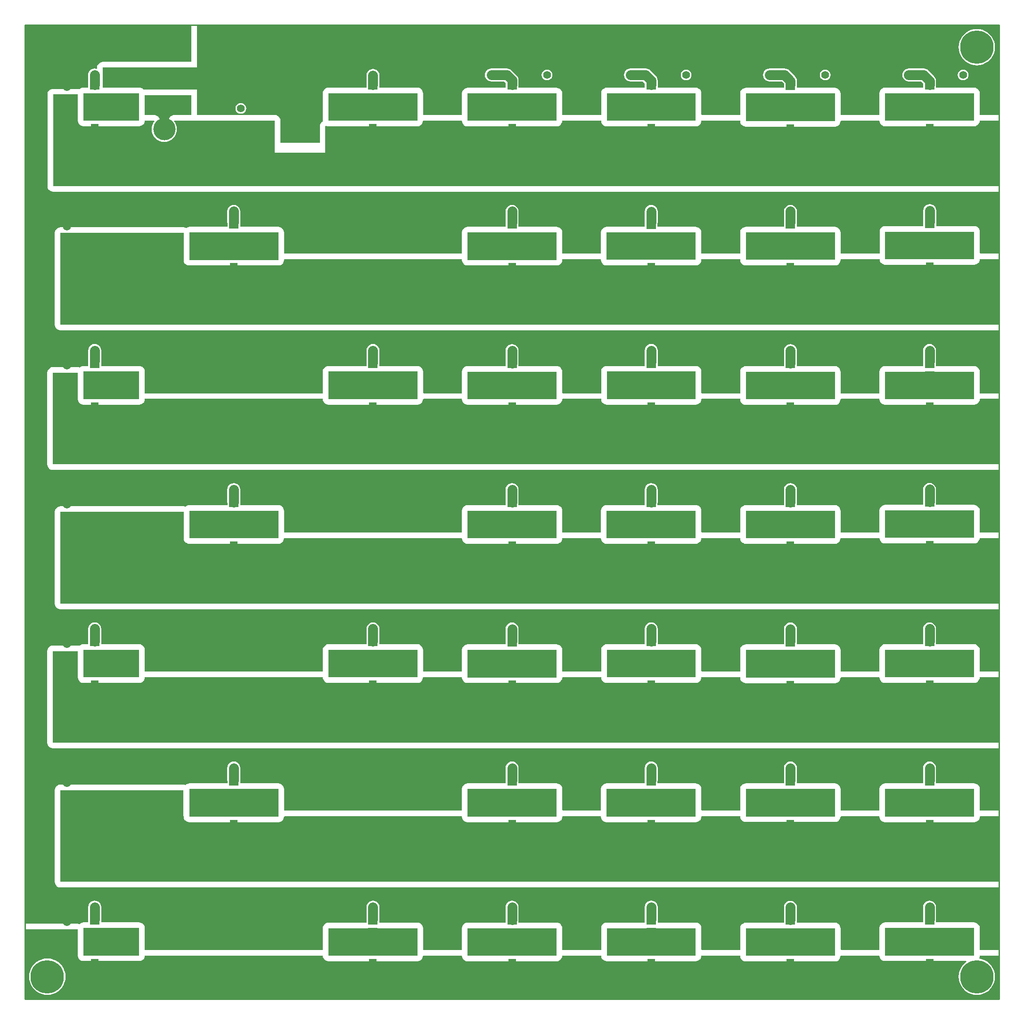
<source format=gtl>
G04*
G04 #@! TF.GenerationSoftware,Altium Limited,Altium Designer,20.0.13 (296)*
G04*
G04 Layer_Physical_Order=1*
G04 Layer_Color=255*
%FSLAX44Y44*%
%MOMM*%
G71*
G01*
G75*
%ADD12C,0.2540*%
%ADD13R,1.4000X1.2000*%
%ADD14R,1.8000X2.2000*%
%ADD15R,1.8000X1.1000*%
%ADD25C,1.8000*%
%ADD26C,1.4000*%
%ADD27R,1.4000X1.4000*%
%ADD28C,4.0000*%
%ADD29C,6.0000*%
%ADD30R,1.4000X1.4000*%
%ADD31C,1.2700*%
G36*
X298761Y1683657D02*
X139432Y1683657D01*
X136821Y1683313D01*
X134389Y1682305D01*
X132300Y1680702D01*
X130697Y1678613D01*
X129689Y1676181D01*
X129346Y1673570D01*
Y1671690D01*
X128290Y1670984D01*
X127797Y1671189D01*
X124784Y1671585D01*
X121772Y1671189D01*
X118965Y1670026D01*
X116554Y1668176D01*
X114704Y1665765D01*
X113541Y1662958D01*
X113145Y1659946D01*
X113361Y1658307D01*
Y1642500D01*
X113460Y1641744D01*
Y1637483D01*
X105000D01*
X102389Y1637140D01*
X99957Y1636132D01*
X97928Y1634575D01*
X97524Y1634743D01*
X94914Y1635086D01*
X50387Y1635086D01*
X47776Y1634743D01*
X45344Y1633735D01*
X43255Y1632132D01*
X41652Y1630043D01*
X40644Y1627610D01*
X40301Y1625000D01*
X40301Y1460418D01*
X40644Y1457808D01*
X41652Y1455375D01*
X43255Y1453286D01*
X45344Y1451683D01*
X47776Y1450676D01*
X50387Y1450332D01*
X1750000Y1450332D01*
Y1339348D01*
X1750000Y1339348D01*
X1716676D01*
X1715428Y1340309D01*
Y1378432D01*
X1715084Y1381042D01*
X1714076Y1383475D01*
X1712473Y1385564D01*
X1710384Y1387166D01*
X1707952Y1388174D01*
X1705341Y1388518D01*
X1636881Y1388518D01*
Y1395479D01*
X1636981Y1396235D01*
Y1416270D01*
X1636584Y1419283D01*
X1635421Y1422090D01*
X1633572Y1424500D01*
X1631161Y1426350D01*
X1628354Y1427513D01*
X1625341Y1427910D01*
X1622329Y1427513D01*
X1619521Y1426350D01*
X1617111Y1424500D01*
X1615261Y1422090D01*
X1614098Y1419283D01*
X1613702Y1416270D01*
Y1396235D01*
X1613801Y1395479D01*
Y1388518D01*
X1545341Y1388518D01*
X1542731Y1388174D01*
X1540298Y1387166D01*
X1538209Y1385564D01*
X1536606Y1383475D01*
X1535599Y1381042D01*
X1535255Y1378432D01*
Y1339348D01*
X1465086D01*
Y1377185D01*
X1464743Y1379796D01*
X1463735Y1382228D01*
X1462132Y1384317D01*
X1460043Y1385920D01*
X1457610Y1386928D01*
X1455000Y1387271D01*
X1386540Y1387271D01*
Y1394598D01*
X1386640Y1395355D01*
Y1415000D01*
X1386243Y1418013D01*
X1385080Y1420820D01*
X1383230Y1423230D01*
X1380820Y1425080D01*
X1378013Y1426243D01*
X1375000Y1426640D01*
X1371987Y1426243D01*
X1369180Y1425080D01*
X1366770Y1423230D01*
X1364920Y1420820D01*
X1363757Y1418013D01*
X1363360Y1415000D01*
Y1395355D01*
X1363460Y1394598D01*
Y1387271D01*
X1295000Y1387271D01*
X1292390Y1386927D01*
X1289957Y1385920D01*
X1287868Y1384317D01*
X1286265Y1382228D01*
X1285257Y1379796D01*
X1284914Y1377185D01*
Y1339348D01*
X1214925D01*
Y1377194D01*
X1214581Y1379805D01*
X1213574Y1382238D01*
X1211971Y1384326D01*
X1209882Y1385929D01*
X1207449Y1386937D01*
X1204839Y1387281D01*
X1136379Y1387281D01*
Y1394364D01*
X1136478Y1395121D01*
Y1414961D01*
X1136082Y1417973D01*
X1134919Y1420781D01*
X1133069Y1423191D01*
X1130658Y1425041D01*
X1127851Y1426204D01*
X1124839Y1426600D01*
X1121826Y1426204D01*
X1119019Y1425041D01*
X1116608Y1423191D01*
X1114759Y1420781D01*
X1113596Y1417973D01*
X1113199Y1414961D01*
Y1395121D01*
X1113299Y1394364D01*
Y1387281D01*
X1044839Y1387281D01*
X1042228Y1386937D01*
X1039796Y1385929D01*
X1037707Y1384326D01*
X1036104Y1382238D01*
X1035096Y1379805D01*
X1034752Y1377194D01*
Y1339348D01*
X965086D01*
Y1377132D01*
X964743Y1379743D01*
X963735Y1382175D01*
X962132Y1384264D01*
X960043Y1385867D01*
X957611Y1386875D01*
X955000Y1387218D01*
X886540Y1387218D01*
Y1394404D01*
X886640Y1395160D01*
Y1415000D01*
X886243Y1418013D01*
X885080Y1420820D01*
X883230Y1423230D01*
X880820Y1425080D01*
X878012Y1426243D01*
X875000Y1426640D01*
X871988Y1426243D01*
X869180Y1425080D01*
X866770Y1423230D01*
X864920Y1420820D01*
X863757Y1418013D01*
X863361Y1415000D01*
Y1395160D01*
X863460Y1394404D01*
Y1387218D01*
X795000Y1387218D01*
X792390Y1386875D01*
X789957Y1385867D01*
X787868Y1384264D01*
X786265Y1382175D01*
X785257Y1379743D01*
X784914Y1377132D01*
Y1339348D01*
X465086D01*
Y1377095D01*
X464743Y1379706D01*
X463735Y1382139D01*
X462132Y1384228D01*
X460043Y1385831D01*
X457611Y1386838D01*
X455000Y1387182D01*
X386540Y1387182D01*
Y1394515D01*
X386640Y1395272D01*
Y1415000D01*
X386243Y1418013D01*
X385080Y1420820D01*
X383230Y1423230D01*
X380820Y1425080D01*
X378013Y1426243D01*
X375000Y1426640D01*
X371987Y1426243D01*
X369180Y1425080D01*
X366770Y1423230D01*
X364920Y1420820D01*
X363757Y1418013D01*
X363360Y1415000D01*
Y1395272D01*
X363460Y1394515D01*
Y1387182D01*
X295000Y1387182D01*
X292390Y1386838D01*
X289957Y1385830D01*
X289221Y1385266D01*
X287524Y1385969D01*
X284914Y1386312D01*
X63488Y1386312D01*
X60877Y1385968D01*
X58445Y1384961D01*
X56356Y1383358D01*
X54753Y1381269D01*
X53745Y1378836D01*
X53401Y1376226D01*
X53401Y1211644D01*
X53745Y1209034D01*
X54753Y1206601D01*
X56356Y1204512D01*
X58445Y1202909D01*
X60877Y1201902D01*
X63488Y1201558D01*
X1750000Y1201558D01*
Y1088122D01*
X1716274D01*
X1716041Y1088092D01*
X1715086Y1088929D01*
Y1127101D01*
X1714743Y1129711D01*
X1713735Y1132144D01*
X1712132Y1134233D01*
X1710043Y1135835D01*
X1707611Y1136843D01*
X1705000Y1137187D01*
X1636540Y1137187D01*
Y1144275D01*
X1636640Y1145031D01*
Y1165000D01*
X1636243Y1168012D01*
X1635080Y1170820D01*
X1633230Y1173230D01*
X1630820Y1175080D01*
X1628013Y1176243D01*
X1625000Y1176640D01*
X1621987Y1176243D01*
X1619180Y1175080D01*
X1616770Y1173230D01*
X1614920Y1170820D01*
X1613757Y1168012D01*
X1613360Y1165000D01*
Y1145031D01*
X1613460Y1144275D01*
Y1137187D01*
X1545000Y1137187D01*
X1542390Y1136843D01*
X1539957Y1135835D01*
X1537868Y1134233D01*
X1536265Y1132144D01*
X1535257Y1129711D01*
X1534914Y1127101D01*
Y1088122D01*
X1466067D01*
X1465073Y1088989D01*
Y1126764D01*
X1464730Y1129375D01*
X1463722Y1131808D01*
X1462119Y1133896D01*
X1460030Y1135499D01*
X1457598Y1136507D01*
X1454987Y1136851D01*
X1386527Y1136851D01*
Y1141408D01*
X1386626Y1142164D01*
Y1164664D01*
X1386230Y1167676D01*
X1385067Y1170484D01*
X1383217Y1172894D01*
X1380807Y1174744D01*
X1378000Y1175907D01*
X1374987Y1176303D01*
X1371974Y1175907D01*
X1369167Y1174744D01*
X1366757Y1172894D01*
X1364907Y1170484D01*
X1363744Y1167676D01*
X1363347Y1164664D01*
Y1142164D01*
X1363447Y1141408D01*
Y1136851D01*
X1294987Y1136851D01*
X1292376Y1136507D01*
X1289944Y1135499D01*
X1287855Y1133896D01*
X1286252Y1131807D01*
X1285244Y1129375D01*
X1284901Y1126764D01*
Y1088122D01*
X1216325D01*
X1215086Y1089121D01*
Y1127188D01*
X1214743Y1129799D01*
X1213735Y1132232D01*
X1212132Y1134321D01*
X1210043Y1135923D01*
X1207610Y1136931D01*
X1205000Y1137275D01*
X1136540Y1137275D01*
Y1143896D01*
X1136639Y1144653D01*
Y1165000D01*
X1136243Y1168012D01*
X1135080Y1170820D01*
X1133230Y1173230D01*
X1130820Y1175080D01*
X1128012Y1176243D01*
X1125000Y1176640D01*
X1121987Y1176243D01*
X1119180Y1175080D01*
X1116770Y1173230D01*
X1114920Y1170820D01*
X1113757Y1168012D01*
X1113360Y1165000D01*
Y1144653D01*
X1113460Y1143896D01*
Y1137275D01*
X1045000Y1137275D01*
X1042390Y1136931D01*
X1039957Y1135923D01*
X1037868Y1134321D01*
X1036265Y1132232D01*
X1035257Y1129799D01*
X1034914Y1127188D01*
Y1088122D01*
X966115D01*
X964995Y1089023D01*
Y1126983D01*
X964651Y1129594D01*
X963643Y1132027D01*
X962040Y1134116D01*
X959951Y1135719D01*
X957519Y1136726D01*
X954908Y1137070D01*
X886448Y1137070D01*
Y1141539D01*
X886548Y1142295D01*
Y1164795D01*
X886151Y1167807D01*
X884988Y1170615D01*
X883139Y1173025D01*
X880728Y1174875D01*
X877921Y1176038D01*
X874908Y1176434D01*
X871896Y1176038D01*
X869089Y1174875D01*
X866678Y1173025D01*
X864828Y1170615D01*
X863665Y1167807D01*
X863269Y1164795D01*
Y1142295D01*
X863368Y1141539D01*
Y1137070D01*
X794908Y1137070D01*
X792298Y1136726D01*
X789865Y1135718D01*
X787776Y1134116D01*
X786173Y1132027D01*
X785166Y1129594D01*
X784822Y1126983D01*
Y1088122D01*
X716325D01*
X715086Y1089121D01*
Y1127188D01*
X714743Y1129799D01*
X713735Y1132232D01*
X712132Y1134321D01*
X710043Y1135923D01*
X707610Y1136931D01*
X705000Y1137275D01*
X636540Y1137275D01*
Y1141744D01*
X636640Y1142500D01*
Y1165000D01*
X636243Y1168012D01*
X635080Y1170820D01*
X633230Y1173230D01*
X630820Y1175080D01*
X628013Y1176243D01*
X625000Y1176640D01*
X621987Y1176243D01*
X619180Y1175080D01*
X616770Y1173230D01*
X614920Y1170820D01*
X613757Y1168012D01*
X613360Y1165000D01*
Y1142500D01*
X613460Y1141744D01*
Y1137275D01*
X545000Y1137275D01*
X542389Y1136931D01*
X539957Y1135923D01*
X537868Y1134321D01*
X536265Y1132232D01*
X535257Y1129799D01*
X534914Y1127188D01*
Y1088122D01*
X215086D01*
Y1127188D01*
X214743Y1129799D01*
X213735Y1132232D01*
X212132Y1134321D01*
X210043Y1135923D01*
X207611Y1136931D01*
X205000Y1137275D01*
X136540Y1137275D01*
Y1145071D01*
X136640Y1145827D01*
Y1165000D01*
X136243Y1168012D01*
X135080Y1170820D01*
X133230Y1173230D01*
X130820Y1175080D01*
X128013Y1176243D01*
X125000Y1176640D01*
X121987Y1176243D01*
X119180Y1175080D01*
X116770Y1173230D01*
X114920Y1170820D01*
X113757Y1168012D01*
X113361Y1165000D01*
Y1145827D01*
X113460Y1145071D01*
Y1137275D01*
X105000D01*
X102389Y1136931D01*
X99957Y1135923D01*
X98105Y1134502D01*
X97524Y1134743D01*
X94914Y1135086D01*
X50000Y1135086D01*
X47389Y1134743D01*
X44957Y1133735D01*
X42868Y1132132D01*
X41265Y1130043D01*
X40257Y1127610D01*
X39914Y1125000D01*
Y960418D01*
X40257Y957808D01*
X41265Y955375D01*
X42868Y953286D01*
X44957Y951683D01*
X47389Y950676D01*
X50000Y950332D01*
X1750000Y950332D01*
Y838122D01*
X1750000Y838122D01*
X1715086D01*
Y877703D01*
X1714743Y880314D01*
X1713735Y882746D01*
X1712132Y884835D01*
X1710043Y886438D01*
X1707611Y887446D01*
X1705000Y887790D01*
X1636540Y887789D01*
Y892249D01*
X1636640Y893005D01*
Y915505D01*
X1636243Y918518D01*
X1635080Y921325D01*
X1633230Y923736D01*
X1630820Y925585D01*
X1628013Y926748D01*
X1625000Y927145D01*
X1621987Y926748D01*
X1619180Y925585D01*
X1616770Y923736D01*
X1614920Y921325D01*
X1613757Y918518D01*
X1613360Y915505D01*
Y893005D01*
X1613460Y892249D01*
Y887789D01*
X1545000Y887789D01*
X1542390Y887446D01*
X1539957Y886438D01*
X1537868Y884835D01*
X1536265Y882746D01*
X1535257Y880314D01*
X1534914Y877703D01*
Y838122D01*
X1466261D01*
X1466041Y838093D01*
X1465086Y838931D01*
Y877078D01*
X1464743Y879688D01*
X1463735Y882121D01*
X1462132Y884210D01*
X1460043Y885813D01*
X1457610Y886820D01*
X1455000Y887164D01*
X1386540Y887164D01*
Y891744D01*
X1386640Y892500D01*
Y915000D01*
X1386243Y918012D01*
X1385080Y920820D01*
X1383230Y923230D01*
X1380820Y925080D01*
X1378013Y926243D01*
X1375000Y926639D01*
X1371987Y926243D01*
X1369180Y925080D01*
X1366770Y923230D01*
X1364920Y920820D01*
X1363757Y918012D01*
X1363360Y915000D01*
Y892500D01*
X1363460Y891744D01*
Y887164D01*
X1295000Y887164D01*
X1292390Y886820D01*
X1289957Y885813D01*
X1287868Y884210D01*
X1286265Y882121D01*
X1285257Y879688D01*
X1284914Y877078D01*
Y838122D01*
X1216147D01*
X1214925Y839188D01*
Y877159D01*
X1214581Y879769D01*
X1213574Y882202D01*
X1211971Y884291D01*
X1209882Y885894D01*
X1207449Y886901D01*
X1204839Y887245D01*
X1136379Y887245D01*
Y891705D01*
X1136478Y892461D01*
Y914961D01*
X1136082Y917973D01*
X1134919Y920781D01*
X1133069Y923191D01*
X1130658Y925041D01*
X1127851Y926204D01*
X1124839Y926600D01*
X1121826Y926204D01*
X1119019Y925041D01*
X1116608Y923191D01*
X1114759Y920781D01*
X1113596Y917973D01*
X1113199Y914961D01*
Y892461D01*
X1113299Y891705D01*
Y887245D01*
X1044839Y887245D01*
X1042228Y886901D01*
X1039796Y885894D01*
X1037707Y884291D01*
X1036104Y882202D01*
X1035096Y879769D01*
X1034752Y877159D01*
Y838122D01*
X966261D01*
X966041Y838093D01*
X965086Y838931D01*
Y877078D01*
X964743Y879688D01*
X963735Y882121D01*
X962132Y884210D01*
X960043Y885813D01*
X957611Y886820D01*
X955000Y887164D01*
X886540Y887164D01*
Y891744D01*
X886640Y892500D01*
Y915000D01*
X886243Y918012D01*
X885080Y920820D01*
X883230Y923230D01*
X880820Y925080D01*
X878012Y926243D01*
X875000Y926639D01*
X871988Y926243D01*
X869180Y925080D01*
X866770Y923230D01*
X864920Y920820D01*
X863757Y918012D01*
X863361Y915000D01*
Y892500D01*
X863460Y891744D01*
Y887164D01*
X795000Y887164D01*
X792390Y886820D01*
X789957Y885813D01*
X787868Y884210D01*
X786265Y882121D01*
X785257Y879688D01*
X784914Y877078D01*
Y838122D01*
X466277Y838122D01*
X465086Y839247D01*
Y877106D01*
X464743Y879717D01*
X463735Y882149D01*
X462132Y884238D01*
X460043Y885841D01*
X457611Y886849D01*
X455000Y887192D01*
X386540Y887192D01*
Y891744D01*
X386640Y892500D01*
Y915000D01*
X386243Y918012D01*
X385080Y920820D01*
X383230Y923230D01*
X380820Y925080D01*
X378013Y926243D01*
X375000Y926639D01*
X371987Y926243D01*
X369180Y925080D01*
X366770Y923230D01*
X364920Y920820D01*
X363757Y918012D01*
X363360Y915000D01*
Y892500D01*
X363460Y891744D01*
Y887192D01*
X295000Y887192D01*
X292390Y886849D01*
X289957Y885841D01*
X288174Y884473D01*
X287524Y884743D01*
X284914Y885086D01*
X63601D01*
X60991Y884743D01*
X58558Y883735D01*
X56469Y882132D01*
X54866Y880043D01*
X53859Y877610D01*
X53515Y875000D01*
X53515Y710418D01*
X53859Y707808D01*
X54866Y705375D01*
X56469Y703286D01*
X58558Y701683D01*
X60991Y700676D01*
X63601Y700332D01*
X1750000Y700332D01*
Y588122D01*
X1750000Y588122D01*
X1716308D01*
X1715086Y589186D01*
Y627160D01*
X1714743Y629770D01*
X1713735Y632203D01*
X1712132Y634292D01*
X1710043Y635895D01*
X1707611Y636902D01*
X1705000Y637246D01*
X1636540Y637246D01*
Y641744D01*
X1636640Y642500D01*
Y665000D01*
X1636243Y668012D01*
X1635080Y670820D01*
X1633230Y673230D01*
X1630820Y675080D01*
X1628013Y676243D01*
X1625000Y676639D01*
X1621987Y676243D01*
X1619180Y675080D01*
X1616770Y673230D01*
X1614920Y670820D01*
X1613757Y668012D01*
X1613360Y665000D01*
Y642500D01*
X1613460Y641744D01*
Y637246D01*
X1545000Y637246D01*
X1542390Y636902D01*
X1539957Y635895D01*
X1537868Y634292D01*
X1536265Y632203D01*
X1535257Y629770D01*
X1534914Y627160D01*
Y588122D01*
X1466101D01*
X1466028Y588113D01*
X1465073Y588950D01*
Y626824D01*
X1464730Y629434D01*
X1463722Y631867D01*
X1462119Y633956D01*
X1460030Y635559D01*
X1457598Y636566D01*
X1454987Y636910D01*
X1386527Y636910D01*
Y641408D01*
X1386626Y642164D01*
Y664664D01*
X1386230Y667676D01*
X1385067Y670484D01*
X1383217Y672894D01*
X1380807Y674744D01*
X1378000Y675907D01*
X1374987Y676303D01*
X1371974Y675907D01*
X1369167Y674744D01*
X1366757Y672894D01*
X1364907Y670484D01*
X1363744Y667676D01*
X1363347Y664664D01*
Y642164D01*
X1363447Y641408D01*
Y636910D01*
X1294987Y636910D01*
X1292376Y636566D01*
X1289944Y635559D01*
X1287855Y633956D01*
X1286252Y631867D01*
X1285244Y629434D01*
X1284901Y626824D01*
Y588122D01*
X1216308D01*
X1215086Y589186D01*
Y627160D01*
X1214743Y629770D01*
X1213735Y632203D01*
X1212132Y634292D01*
X1210043Y635895D01*
X1207610Y636902D01*
X1205000Y637246D01*
X1136540Y637246D01*
Y641744D01*
X1136639Y642500D01*
Y665000D01*
X1136243Y668012D01*
X1135080Y670820D01*
X1133230Y673230D01*
X1130820Y675080D01*
X1128012Y676243D01*
X1125000Y676639D01*
X1121987Y676243D01*
X1119180Y675080D01*
X1116770Y673230D01*
X1114920Y670820D01*
X1113757Y668012D01*
X1113360Y665000D01*
Y642500D01*
X1113460Y641744D01*
Y637246D01*
X1045000Y637246D01*
X1042390Y636902D01*
X1039957Y635895D01*
X1037868Y634292D01*
X1036265Y632203D01*
X1035257Y629770D01*
X1034914Y627160D01*
Y588122D01*
X966098D01*
X964995Y589094D01*
Y626955D01*
X964651Y629565D01*
X963643Y631998D01*
X962040Y634087D01*
X959951Y635690D01*
X957519Y636697D01*
X954908Y637041D01*
X886448Y637041D01*
Y641539D01*
X886548Y642295D01*
Y664795D01*
X886151Y667807D01*
X884988Y670615D01*
X883139Y673025D01*
X880728Y674875D01*
X877921Y676038D01*
X874908Y676434D01*
X871896Y676038D01*
X869089Y674875D01*
X866678Y673025D01*
X864828Y670615D01*
X863665Y667807D01*
X863269Y664795D01*
Y642295D01*
X863368Y641539D01*
Y637041D01*
X794908Y637041D01*
X792298Y636697D01*
X789865Y635690D01*
X787776Y634087D01*
X786173Y631998D01*
X785166Y629565D01*
X784822Y626955D01*
Y588122D01*
X716308D01*
X715086Y589186D01*
Y627160D01*
X714743Y629770D01*
X713735Y632203D01*
X712132Y634292D01*
X710043Y635895D01*
X707610Y636902D01*
X705000Y637246D01*
X636540Y637246D01*
Y641744D01*
X636640Y642500D01*
Y665000D01*
X636243Y668012D01*
X635080Y670820D01*
X633230Y673230D01*
X630820Y675080D01*
X628013Y676243D01*
X625000Y676639D01*
X621987Y676243D01*
X619180Y675080D01*
X616770Y673230D01*
X614920Y670820D01*
X613757Y668012D01*
X613360Y665000D01*
Y642500D01*
X613460Y641744D01*
Y637246D01*
X545000Y637246D01*
X542389Y636902D01*
X539957Y635895D01*
X537868Y634292D01*
X536265Y632203D01*
X535257Y629770D01*
X534914Y627160D01*
Y588122D01*
X215086D01*
Y627160D01*
X214743Y629770D01*
X213735Y632203D01*
X212132Y634292D01*
X210043Y635895D01*
X207611Y636902D01*
X205000Y637246D01*
X136540Y637246D01*
Y641744D01*
X136640Y642500D01*
Y665000D01*
X136243Y668012D01*
X135080Y670820D01*
X133230Y673230D01*
X130820Y675080D01*
X128013Y676243D01*
X125000Y676639D01*
X121987Y676243D01*
X119180Y675080D01*
X116770Y673230D01*
X114920Y670820D01*
X113757Y668012D01*
X113361Y665000D01*
Y642500D01*
X113460Y641744D01*
Y637246D01*
X105000D01*
X102389Y636902D01*
X99957Y635895D01*
X98129Y634492D01*
X97524Y634743D01*
X94914Y635086D01*
X50000D01*
X47389Y634743D01*
X44957Y633735D01*
X42868Y632132D01*
X41265Y630043D01*
X40257Y627611D01*
X39914Y625000D01*
X39914Y460418D01*
X40257Y457808D01*
X41265Y455375D01*
X42868Y453286D01*
X44957Y451683D01*
X47389Y450676D01*
X50000Y450332D01*
X1750000Y450332D01*
Y338122D01*
X1750000Y338122D01*
X1716424D01*
X1716200Y338093D01*
X1715245Y338930D01*
Y377085D01*
X1714901Y379696D01*
X1713894Y382128D01*
X1712291Y384217D01*
X1710202Y385820D01*
X1707769Y386828D01*
X1705159Y387172D01*
X1636699Y387172D01*
Y391640D01*
X1636798Y392397D01*
Y414897D01*
X1636402Y417909D01*
X1635239Y420717D01*
X1633389Y423127D01*
X1630979Y424977D01*
X1628171Y426140D01*
X1625159Y426536D01*
X1622146Y426140D01*
X1619339Y424977D01*
X1616929Y423127D01*
X1615079Y420717D01*
X1613916Y417909D01*
X1613519Y414897D01*
Y392397D01*
X1613619Y391640D01*
Y387172D01*
X1545159Y387172D01*
X1542548Y386828D01*
X1540116Y385820D01*
X1538027Y384217D01*
X1536424Y382128D01*
X1535416Y379696D01*
X1535073Y377085D01*
Y338122D01*
X1466325D01*
X1465086Y339121D01*
Y377188D01*
X1464743Y379799D01*
X1463735Y382232D01*
X1462132Y384321D01*
X1460043Y385924D01*
X1457610Y386931D01*
X1455000Y387275D01*
X1386540Y387275D01*
Y391744D01*
X1386640Y392500D01*
Y415000D01*
X1386243Y418013D01*
X1385080Y420820D01*
X1383230Y423230D01*
X1380820Y425080D01*
X1378013Y426243D01*
X1375000Y426640D01*
X1371987Y426243D01*
X1369180Y425080D01*
X1366770Y423230D01*
X1364920Y420820D01*
X1363757Y418013D01*
X1363360Y415000D01*
Y392500D01*
X1363460Y391744D01*
Y387275D01*
X1295000Y387275D01*
X1292390Y386931D01*
X1289957Y385923D01*
X1287868Y384320D01*
X1286265Y382232D01*
X1285257Y379799D01*
X1284914Y377188D01*
Y338122D01*
X1216127D01*
X1214925Y339245D01*
Y377124D01*
X1214581Y379735D01*
X1213574Y382168D01*
X1211971Y384257D01*
X1209882Y385859D01*
X1207449Y386867D01*
X1204839Y387211D01*
X1136379Y387211D01*
Y391705D01*
X1136478Y392461D01*
Y414961D01*
X1136082Y417974D01*
X1134919Y420781D01*
X1133069Y423191D01*
X1130658Y425041D01*
X1127851Y426204D01*
X1124839Y426600D01*
X1121826Y426204D01*
X1119019Y425041D01*
X1116608Y423191D01*
X1114759Y420781D01*
X1113596Y417974D01*
X1113199Y414961D01*
Y392461D01*
X1113299Y391705D01*
Y387211D01*
X1044839Y387211D01*
X1042228Y386867D01*
X1039796Y385859D01*
X1037707Y384256D01*
X1036104Y382168D01*
X1035096Y379735D01*
X1034752Y377124D01*
Y338122D01*
X966277Y338122D01*
X965086Y339247D01*
Y377105D01*
X964743Y379716D01*
X963735Y382149D01*
X962132Y384238D01*
X960043Y385840D01*
X957611Y386848D01*
X955000Y387192D01*
X886540Y387192D01*
Y391744D01*
X886640Y392500D01*
Y415000D01*
X886243Y418013D01*
X885080Y420820D01*
X883230Y423230D01*
X880820Y425080D01*
X878012Y426243D01*
X875000Y426640D01*
X871988Y426243D01*
X869180Y425080D01*
X866770Y423230D01*
X864920Y420820D01*
X863757Y418013D01*
X863361Y415000D01*
Y392500D01*
X863460Y391744D01*
Y387192D01*
X795000Y387192D01*
X792390Y386848D01*
X789957Y385840D01*
X787868Y384238D01*
X786265Y382149D01*
X785257Y379716D01*
X784914Y377105D01*
Y338122D01*
X466277D01*
X465086Y339247D01*
Y377105D01*
X464743Y379716D01*
X463735Y382149D01*
X462132Y384238D01*
X460043Y385840D01*
X457611Y386848D01*
X455000Y387192D01*
X386540Y387192D01*
Y391744D01*
X386640Y392500D01*
Y415000D01*
X386243Y418013D01*
X385080Y420820D01*
X383230Y423230D01*
X380820Y425080D01*
X378013Y426243D01*
X375000Y426640D01*
X371987Y426243D01*
X369180Y425080D01*
X366770Y423230D01*
X364920Y420820D01*
X363757Y418013D01*
X363360Y415000D01*
Y392500D01*
X363460Y391744D01*
Y387192D01*
X295000Y387192D01*
X292390Y386848D01*
X289957Y385840D01*
X287868Y384238D01*
X287842Y384204D01*
X286542Y384743D01*
X283932Y385086D01*
X63324D01*
X60714Y384743D01*
X58281Y383735D01*
X56192Y382132D01*
X54589Y380043D01*
X53582Y377611D01*
X53238Y375000D01*
X53238Y210418D01*
X53582Y207808D01*
X54589Y205375D01*
X56192Y203286D01*
X58281Y201683D01*
X60714Y200676D01*
X63324Y200332D01*
X1750000Y200332D01*
Y88122D01*
X1716301D01*
X1715983Y88123D01*
X1715086Y89020D01*
Y127390D01*
X1714743Y130000D01*
X1713735Y132433D01*
X1712132Y134522D01*
X1710043Y136125D01*
X1707611Y137132D01*
X1705000Y137476D01*
X1636540Y137476D01*
Y141744D01*
X1636640Y142500D01*
Y165000D01*
X1636243Y168013D01*
X1635080Y170820D01*
X1633230Y173230D01*
X1630820Y175080D01*
X1628013Y176243D01*
X1625000Y176640D01*
X1621987Y176243D01*
X1619180Y175080D01*
X1616770Y173230D01*
X1614920Y170820D01*
X1613757Y168013D01*
X1613360Y165000D01*
Y142500D01*
X1613460Y141744D01*
Y137476D01*
X1545000Y137476D01*
X1542390Y137132D01*
X1539957Y136124D01*
X1537868Y134522D01*
X1536265Y132433D01*
X1535257Y130000D01*
X1534914Y127390D01*
Y88122D01*
X1466126D01*
X1465073Y89265D01*
Y126866D01*
X1464730Y129476D01*
X1463722Y131909D01*
X1462119Y133998D01*
X1460030Y135601D01*
X1457598Y136608D01*
X1454987Y136952D01*
X1386527Y136952D01*
Y141408D01*
X1386626Y142164D01*
Y164664D01*
X1386230Y167676D01*
X1385067Y170484D01*
X1383217Y172894D01*
X1380807Y174744D01*
X1378000Y175907D01*
X1374987Y176304D01*
X1371974Y175907D01*
X1369167Y174744D01*
X1366757Y172894D01*
X1364907Y170484D01*
X1363744Y167676D01*
X1363347Y164664D01*
Y142164D01*
X1363447Y141408D01*
Y136952D01*
X1294987Y136952D01*
X1292376Y136608D01*
X1289944Y135601D01*
X1287855Y133998D01*
X1286252Y131909D01*
X1285244Y129476D01*
X1284901Y126866D01*
Y88122D01*
X1216333D01*
X1215086Y89092D01*
Y127202D01*
X1214743Y129812D01*
X1213735Y132245D01*
X1212132Y134334D01*
X1210043Y135937D01*
X1207610Y136945D01*
X1205000Y137288D01*
X1136540Y137288D01*
Y141744D01*
X1136639Y142500D01*
Y165000D01*
X1136243Y168013D01*
X1135080Y170820D01*
X1133230Y173230D01*
X1130820Y175080D01*
X1128012Y176243D01*
X1125000Y176640D01*
X1121987Y176243D01*
X1119180Y175080D01*
X1116770Y173230D01*
X1114920Y170820D01*
X1113757Y168013D01*
X1113360Y165000D01*
Y142500D01*
X1113460Y141744D01*
Y137288D01*
X1045000Y137288D01*
X1042390Y136944D01*
X1039957Y135937D01*
X1037868Y134334D01*
X1036265Y132245D01*
X1035257Y129812D01*
X1034914Y127202D01*
Y88122D01*
X966123D01*
X964995Y88990D01*
Y126997D01*
X964651Y129607D01*
X963643Y132040D01*
X962040Y134129D01*
X959951Y135732D01*
X957519Y136739D01*
X954908Y137083D01*
X886448Y137083D01*
Y141539D01*
X886548Y142295D01*
Y164795D01*
X886151Y167808D01*
X884988Y170615D01*
X883139Y173025D01*
X880728Y174875D01*
X877921Y176038D01*
X874908Y176434D01*
X871896Y176038D01*
X869089Y174875D01*
X866678Y173025D01*
X864828Y170615D01*
X863665Y167808D01*
X863269Y164795D01*
Y142295D01*
X863368Y141539D01*
Y137083D01*
X794908Y137083D01*
X792298Y136739D01*
X789865Y135732D01*
X787776Y134129D01*
X786173Y132040D01*
X785166Y129607D01*
X784822Y126997D01*
Y88122D01*
X716333D01*
X715086Y89092D01*
Y127202D01*
X714743Y129812D01*
X713735Y132245D01*
X712132Y134334D01*
X710043Y135937D01*
X707610Y136945D01*
X705000Y137288D01*
X636540Y137288D01*
Y141744D01*
X636640Y142500D01*
Y165000D01*
X636243Y168013D01*
X635080Y170820D01*
X633230Y173230D01*
X630820Y175080D01*
X628013Y176243D01*
X625000Y176640D01*
X621987Y176243D01*
X619180Y175080D01*
X616770Y173230D01*
X614920Y170820D01*
X613757Y168013D01*
X613360Y165000D01*
Y142500D01*
X613460Y141744D01*
Y137288D01*
X545000Y137288D01*
X542389Y136944D01*
X539957Y135937D01*
X537868Y134334D01*
X536265Y132245D01*
X535257Y129812D01*
X534914Y127202D01*
Y88122D01*
X215086D01*
Y127390D01*
X214743Y130000D01*
X213735Y132433D01*
X212132Y134522D01*
X210043Y136125D01*
X207611Y137132D01*
X205000Y137476D01*
X136540Y137476D01*
Y141744D01*
X136640Y142500D01*
Y165000D01*
X136243Y168013D01*
X135080Y170820D01*
X133230Y173230D01*
X130820Y175080D01*
X128013Y176243D01*
X125000Y176640D01*
X121987Y176243D01*
X119180Y175080D01*
X116770Y173230D01*
X114920Y170820D01*
X113757Y168013D01*
X113361Y165000D01*
Y142500D01*
X113460Y141744D01*
Y137476D01*
X105000D01*
X102389Y137132D01*
X99957Y136124D01*
X97934Y134573D01*
X97524Y134743D01*
X94914Y135086D01*
X0D01*
Y1750000D01*
X298761D01*
X298761Y1683657D01*
D02*
G37*
G36*
X1750000Y1589393D02*
X1748730Y1588123D01*
X1716331D01*
X1715086Y1589097D01*
Y1627199D01*
X1714743Y1629810D01*
X1713735Y1632242D01*
X1712132Y1634331D01*
X1710043Y1635934D01*
X1707611Y1636942D01*
X1705000Y1637286D01*
X1636540Y1637286D01*
Y1641744D01*
X1636640Y1642500D01*
Y1649456D01*
X1636243Y1652468D01*
X1635080Y1655276D01*
X1633230Y1657686D01*
X1633230Y1657686D01*
X1622686Y1668230D01*
X1620276Y1670080D01*
X1617468Y1671243D01*
X1614456Y1671640D01*
X1587700D01*
X1584688Y1671243D01*
X1581880Y1670080D01*
X1579470Y1668230D01*
X1577620Y1665820D01*
X1576457Y1663013D01*
X1576060Y1660000D01*
X1576457Y1656987D01*
X1577620Y1654180D01*
X1579470Y1651770D01*
X1581880Y1649920D01*
X1584688Y1648757D01*
X1587700Y1648360D01*
X1609635D01*
X1613360Y1644635D01*
Y1642500D01*
X1613460Y1641744D01*
Y1637286D01*
X1545000Y1637285D01*
X1542390Y1636942D01*
X1539957Y1635934D01*
X1537868Y1634331D01*
X1536265Y1632242D01*
X1535257Y1629810D01*
X1534914Y1627199D01*
Y1588123D01*
X1466077D01*
X1465073Y1588944D01*
Y1626782D01*
X1464730Y1629393D01*
X1463722Y1631826D01*
X1462119Y1633914D01*
X1460030Y1635517D01*
X1457598Y1636525D01*
X1454987Y1636869D01*
X1386527Y1636869D01*
Y1641408D01*
X1386626Y1642164D01*
Y1649456D01*
X1386230Y1652468D01*
X1385067Y1655276D01*
X1383217Y1657686D01*
X1383217Y1657686D01*
X1372673Y1668230D01*
X1370263Y1670080D01*
X1367455Y1671243D01*
X1364443Y1671640D01*
X1337700D01*
X1334687Y1671243D01*
X1331880Y1670080D01*
X1329470Y1668230D01*
X1327620Y1665820D01*
X1326457Y1663013D01*
X1326060Y1660000D01*
X1326457Y1656987D01*
X1327620Y1654180D01*
X1329470Y1651770D01*
X1331880Y1649920D01*
X1334687Y1648757D01*
X1337700Y1648360D01*
X1359621D01*
X1363347Y1644635D01*
Y1642164D01*
X1363447Y1641408D01*
Y1636869D01*
X1294987Y1636869D01*
X1292376Y1636525D01*
X1289944Y1635517D01*
X1287855Y1633914D01*
X1286252Y1631825D01*
X1285244Y1629393D01*
X1284901Y1626782D01*
Y1588123D01*
X1216311D01*
X1215086Y1589175D01*
Y1627165D01*
X1214743Y1629775D01*
X1213735Y1632208D01*
X1212132Y1634297D01*
X1210043Y1635900D01*
X1207610Y1636907D01*
X1205000Y1637251D01*
X1136540Y1637251D01*
Y1641744D01*
X1136639Y1642500D01*
Y1649825D01*
X1136640Y1649825D01*
X1136243Y1652837D01*
X1135080Y1655645D01*
X1133230Y1658055D01*
X1133230Y1658055D01*
X1123055Y1668230D01*
X1120645Y1670080D01*
X1117837Y1671243D01*
X1114825Y1671640D01*
X1087700D01*
X1084687Y1671243D01*
X1081880Y1670080D01*
X1079470Y1668230D01*
X1077620Y1665820D01*
X1076457Y1663013D01*
X1076060Y1660000D01*
X1076457Y1656987D01*
X1077620Y1654180D01*
X1079470Y1651770D01*
X1081880Y1649920D01*
X1084687Y1648757D01*
X1087700Y1648360D01*
X1110004D01*
X1113360Y1645004D01*
Y1642500D01*
X1113460Y1641744D01*
Y1637251D01*
X1045000Y1637251D01*
X1042390Y1636907D01*
X1039957Y1635900D01*
X1037868Y1634297D01*
X1036265Y1632208D01*
X1035257Y1629775D01*
X1034914Y1627165D01*
Y1588123D01*
X966121D01*
X964995Y1588998D01*
Y1626994D01*
X964651Y1629604D01*
X963643Y1632037D01*
X962040Y1634126D01*
X959951Y1635729D01*
X957519Y1636736D01*
X954908Y1637080D01*
X886448Y1637080D01*
Y1641539D01*
X886548Y1642295D01*
Y1650604D01*
X886548Y1650605D01*
X886151Y1653617D01*
X884988Y1656424D01*
X883139Y1658835D01*
X873743Y1668230D01*
X871333Y1670080D01*
X868525Y1671243D01*
X865513Y1671640D01*
X837700D01*
X834688Y1671243D01*
X831880Y1670080D01*
X829470Y1668230D01*
X827620Y1665820D01*
X826457Y1663013D01*
X826060Y1660000D01*
X826457Y1656987D01*
X827620Y1654180D01*
X829470Y1651770D01*
X831880Y1649920D01*
X834688Y1648757D01*
X837700Y1648360D01*
X860692D01*
X863269Y1645783D01*
Y1642295D01*
X863368Y1641539D01*
Y1637080D01*
X794908Y1637080D01*
X792298Y1636736D01*
X789865Y1635729D01*
X787776Y1634126D01*
X786173Y1632037D01*
X785166Y1629604D01*
X784822Y1626994D01*
Y1588123D01*
X716337D01*
X715086Y1588992D01*
Y1627257D01*
X714743Y1629868D01*
X713735Y1632300D01*
X712132Y1634389D01*
X710043Y1635992D01*
X707610Y1637000D01*
X705000Y1637343D01*
X636540Y1637343D01*
Y1641744D01*
X636640Y1642500D01*
Y1659431D01*
X636243Y1662443D01*
X635080Y1665250D01*
X633230Y1667661D01*
X630820Y1669511D01*
X628013Y1670673D01*
X625000Y1671070D01*
X621987Y1670673D01*
X619180Y1669511D01*
X616770Y1667661D01*
X614920Y1665250D01*
X613757Y1662443D01*
X613360Y1659431D01*
Y1642500D01*
X613460Y1641744D01*
Y1637343D01*
X545000Y1637343D01*
X542389Y1637000D01*
X539957Y1635992D01*
X537868Y1634389D01*
X536265Y1632300D01*
X535257Y1629868D01*
X534914Y1627257D01*
Y1577904D01*
X535017Y1577119D01*
X533896Y1576370D01*
X533152Y1575718D01*
X532367Y1575116D01*
X532165Y1574853D01*
X531916Y1574634D01*
X531366Y1573811D01*
X530764Y1573027D01*
X530637Y1572720D01*
X530453Y1572445D01*
X530135Y1571508D01*
X529757Y1570594D01*
X529713Y1570265D01*
X529607Y1569951D01*
X529542Y1568964D01*
X529413Y1567984D01*
X529413Y1538118D01*
X474438D01*
X458610D01*
Y1578036D01*
X458266Y1580647D01*
X457259Y1583079D01*
X455656Y1585168D01*
X453567Y1586771D01*
X451134Y1587779D01*
X448524Y1588123D01*
X308848D01*
Y1633464D01*
X212949Y1633464D01*
X212132Y1634529D01*
X210043Y1636132D01*
X207610Y1637140D01*
X205000Y1637483D01*
X139432Y1637483D01*
X139432Y1673570D01*
X308848Y1673570D01*
X308848Y1750000D01*
X1750000D01*
X1750000Y1589393D01*
D02*
G37*
G36*
X298761Y1623378D02*
Y1588123D01*
X267894D01*
X267483Y1588069D01*
X267069Y1588089D01*
X266182Y1587897D01*
X265283Y1587779D01*
X264901Y1587620D01*
X264496Y1587533D01*
X263689Y1587118D01*
X262851Y1586771D01*
X262522Y1586519D01*
X262154Y1586330D01*
X261481Y1585721D01*
X260762Y1585168D01*
X260509Y1584840D01*
X260203Y1584562D01*
X259711Y1583799D01*
X259159Y1583079D01*
X259000Y1582697D01*
X258776Y1582349D01*
X258233Y1581201D01*
X258106Y1580806D01*
X257911Y1580441D01*
X257705Y1579557D01*
X257427Y1578694D01*
X257407Y1578280D01*
X257313Y1577877D01*
X257343Y1576970D01*
X257298Y1576064D01*
X257386Y1575659D01*
X257399Y1575245D01*
X257663Y1574377D01*
X257854Y1573490D01*
X258043Y1573122D01*
X258163Y1572726D01*
X258643Y1571955D01*
X259057Y1571148D01*
X259335Y1570841D01*
X259554Y1570490D01*
X260405Y1569452D01*
X261561Y1567289D01*
X262274Y1564941D01*
X262514Y1562500D01*
X262274Y1560059D01*
X261561Y1557711D01*
X260405Y1555548D01*
X258849Y1553651D01*
X256952Y1552095D01*
X254789Y1550939D01*
X252441Y1550226D01*
X250000Y1549986D01*
X247559Y1550226D01*
X245211Y1550939D01*
X243048Y1552095D01*
X241151Y1553651D01*
X239595Y1555548D01*
X238439Y1557711D01*
X237726Y1560059D01*
X237486Y1562500D01*
X237726Y1564941D01*
X238439Y1567289D01*
X239595Y1569452D01*
X240446Y1570490D01*
X240665Y1570841D01*
X240943Y1571148D01*
X241357Y1571955D01*
X241837Y1572726D01*
X241957Y1573122D01*
X242146Y1573490D01*
X242338Y1574377D01*
X242601Y1575245D01*
X242614Y1575659D01*
X242702Y1576064D01*
X242657Y1576970D01*
X242687Y1577877D01*
X242593Y1578280D01*
X242573Y1578694D01*
X242295Y1579557D01*
X242089Y1580441D01*
X241894Y1580806D01*
X241767Y1581201D01*
X241224Y1582349D01*
X241000Y1582697D01*
X240841Y1583079D01*
X240289Y1583799D01*
X239797Y1584562D01*
X239491Y1584840D01*
X239238Y1585168D01*
X238519Y1585721D01*
X237846Y1586330D01*
X237478Y1586519D01*
X237150Y1586771D01*
X236311Y1587118D01*
X235504Y1587533D01*
X235099Y1587620D01*
X234717Y1587779D01*
X233818Y1587897D01*
X232931Y1588089D01*
X232517Y1588069D01*
X232106Y1588123D01*
X215086D01*
Y1623378D01*
X298761Y1623378D01*
D02*
G37*
G36*
X205000Y1578043D02*
X105000Y1578043D01*
Y1627397D01*
X205000Y1627397D01*
Y1578043D01*
D02*
G37*
G36*
X705000Y1577903D02*
X545000Y1577904D01*
Y1627257D01*
X705000Y1627257D01*
Y1577903D01*
D02*
G37*
G36*
X1705000Y1577846D02*
X1545000Y1577846D01*
Y1627199D01*
X1705000Y1627199D01*
Y1577846D01*
D02*
G37*
G36*
X1205000Y1577811D02*
X1045000Y1577811D01*
Y1627165D01*
X1205000Y1627165D01*
Y1577811D01*
D02*
G37*
G36*
X954908Y1577640D02*
X794908Y1577640D01*
Y1626994D01*
X954908Y1626994D01*
Y1577640D01*
D02*
G37*
G36*
X1454987Y1577429D02*
X1294987Y1577429D01*
Y1626782D01*
X1454987Y1626782D01*
Y1577429D01*
D02*
G37*
G36*
X94914Y1578043D02*
X95257Y1575433D01*
X96265Y1573000D01*
X97868Y1570911D01*
X99957Y1569308D01*
X102389Y1568301D01*
X105000Y1567957D01*
X205000Y1567957D01*
X207610Y1568301D01*
X210043Y1569308D01*
X212132Y1570911D01*
X213735Y1573000D01*
X214743Y1575433D01*
X215085Y1578036D01*
X232106D01*
X232649Y1576888D01*
X231168Y1575083D01*
X229075Y1571167D01*
X227786Y1566919D01*
X227351Y1562500D01*
X227786Y1558081D01*
X229075Y1553833D01*
X231168Y1549917D01*
X233985Y1546485D01*
X237417Y1543668D01*
X241333Y1541575D01*
X245581Y1540286D01*
X250000Y1539851D01*
X254419Y1540286D01*
X258667Y1541575D01*
X262583Y1543668D01*
X266015Y1546485D01*
X268832Y1549917D01*
X270925Y1553833D01*
X272214Y1558081D01*
X272649Y1562500D01*
X272214Y1566919D01*
X270925Y1571167D01*
X268832Y1575083D01*
X267351Y1576888D01*
X267894Y1578036D01*
X448524D01*
Y1520199D01*
X539499Y1520199D01*
X539499Y1567984D01*
X540769Y1568832D01*
X542389Y1568161D01*
X545000Y1567817D01*
X705000Y1567817D01*
X707610Y1568161D01*
X710043Y1569169D01*
X712132Y1570771D01*
X713735Y1572860D01*
X714743Y1575293D01*
X715086Y1577903D01*
X716337Y1578036D01*
X784822D01*
Y1577640D01*
X785166Y1575030D01*
X786173Y1572597D01*
X787776Y1570508D01*
X789865Y1568905D01*
X792298Y1567898D01*
X794908Y1567554D01*
X954908Y1567554D01*
X957519Y1567898D01*
X959951Y1568905D01*
X962040Y1570508D01*
X963643Y1572597D01*
X964651Y1575030D01*
X964995Y1577640D01*
X966121Y1578036D01*
X1034914D01*
Y1577811D01*
X1035257Y1575201D01*
X1036265Y1572768D01*
X1037868Y1570679D01*
X1039957Y1569076D01*
X1042390Y1568069D01*
X1045000Y1567725D01*
X1205000Y1567725D01*
X1207610Y1568069D01*
X1210043Y1569076D01*
X1212132Y1570679D01*
X1213735Y1572768D01*
X1214743Y1575201D01*
X1215086Y1577811D01*
X1216311Y1578036D01*
X1284901D01*
Y1577429D01*
X1285244Y1574818D01*
X1286252Y1572386D01*
X1287855Y1570297D01*
X1289944Y1568694D01*
X1292376Y1567686D01*
X1294987Y1567343D01*
X1454987Y1567342D01*
X1457598Y1567686D01*
X1460030Y1568694D01*
X1462119Y1570297D01*
X1463722Y1572386D01*
X1464730Y1574818D01*
X1465073Y1577429D01*
X1466077Y1578036D01*
X1534914D01*
Y1577846D01*
X1535257Y1575235D01*
X1536265Y1572803D01*
X1537868Y1570714D01*
X1539957Y1569111D01*
X1542390Y1568103D01*
X1545000Y1567760D01*
X1705000Y1567759D01*
X1707611Y1568103D01*
X1710043Y1569111D01*
X1712132Y1570714D01*
X1713735Y1572802D01*
X1714743Y1575235D01*
X1715086Y1577846D01*
X1716331Y1578036D01*
X1750000D01*
X1750000Y1460418D01*
X50387Y1460418D01*
X50387Y1625000D01*
X94914Y1625000D01*
Y1578043D01*
D02*
G37*
G36*
X1705341Y1329078D02*
X1545341Y1329078D01*
Y1378432D01*
X1705341Y1378432D01*
Y1329078D01*
D02*
G37*
G36*
X1204839Y1327841D02*
X1044839Y1327841D01*
Y1377194D01*
X1204839Y1377194D01*
Y1327841D01*
D02*
G37*
G36*
X1455000Y1327831D02*
X1295000Y1327832D01*
Y1377185D01*
X1455000Y1377185D01*
Y1327831D01*
D02*
G37*
G36*
X955000Y1327778D02*
X795000Y1327779D01*
Y1377132D01*
X955000Y1377132D01*
Y1327778D01*
D02*
G37*
G36*
X455000Y1327742D02*
X295000Y1327742D01*
Y1377095D01*
X455000Y1377095D01*
Y1327742D01*
D02*
G37*
G36*
X284914Y1327742D02*
X285257Y1325131D01*
X286265Y1322699D01*
X287868Y1320610D01*
X289957Y1319007D01*
X292390Y1317999D01*
X295000Y1317656D01*
X455000Y1317655D01*
X457611Y1317999D01*
X460043Y1319007D01*
X462132Y1320610D01*
X463735Y1322699D01*
X464743Y1325131D01*
X465086Y1327742D01*
Y1329262D01*
X784914D01*
Y1327779D01*
X785257Y1325168D01*
X786265Y1322735D01*
X787868Y1320647D01*
X789957Y1319044D01*
X792390Y1318036D01*
X795000Y1317692D01*
X955000Y1317692D01*
X957611Y1318036D01*
X960043Y1319043D01*
X962132Y1320646D01*
X963735Y1322735D01*
X964743Y1325168D01*
X965086Y1327778D01*
Y1329262D01*
X1034752D01*
Y1327841D01*
X1035096Y1325230D01*
X1036104Y1322798D01*
X1037707Y1320709D01*
X1039796Y1319106D01*
X1042228Y1318098D01*
X1044839Y1317755D01*
X1204839Y1317754D01*
X1207449Y1318098D01*
X1209882Y1319106D01*
X1211971Y1320709D01*
X1213574Y1322798D01*
X1214581Y1325230D01*
X1214925Y1327841D01*
Y1329262D01*
X1284914D01*
Y1327832D01*
X1285257Y1325221D01*
X1286265Y1322788D01*
X1287868Y1320699D01*
X1289957Y1319097D01*
X1292390Y1318089D01*
X1295000Y1317745D01*
X1455000Y1317745D01*
X1457610Y1318089D01*
X1460043Y1319096D01*
X1462132Y1320699D01*
X1463735Y1322788D01*
X1464743Y1325221D01*
X1465086Y1327831D01*
Y1329262D01*
X1535255D01*
Y1329078D01*
X1535599Y1326467D01*
X1536606Y1324035D01*
X1538209Y1321946D01*
X1540298Y1320343D01*
X1542731Y1319335D01*
X1545341Y1318992D01*
X1705341Y1318992D01*
X1707952Y1319335D01*
X1710384Y1320343D01*
X1712473Y1321946D01*
X1714076Y1324035D01*
X1715084Y1326467D01*
X1715428Y1329078D01*
X1716676Y1329262D01*
X1750000D01*
X1750000Y1211644D01*
X63488Y1211644D01*
X63488Y1376226D01*
X284914Y1376226D01*
Y1327742D01*
D02*
G37*
G36*
X1205000Y1077835D02*
X1045000Y1077835D01*
Y1127188D01*
X1205000Y1127188D01*
Y1077835D01*
D02*
G37*
G36*
X705000D02*
X545000Y1077835D01*
Y1127188D01*
X705000Y1127188D01*
Y1077835D01*
D02*
G37*
G36*
X205000D02*
X105000Y1077835D01*
Y1127188D01*
X205000Y1127188D01*
Y1077835D01*
D02*
G37*
G36*
X1705000Y1077747D02*
X1545000Y1077747D01*
Y1127101D01*
X1705000Y1127101D01*
Y1077747D01*
D02*
G37*
G36*
X954908Y1077630D02*
X794908Y1077630D01*
Y1126983D01*
X954908Y1126983D01*
Y1077630D01*
D02*
G37*
G36*
X1454987Y1077411D02*
X1294987Y1077411D01*
Y1126764D01*
X1454987Y1126764D01*
Y1077411D01*
D02*
G37*
G36*
X94914Y1077835D02*
X95257Y1075224D01*
X96265Y1072792D01*
X97868Y1070703D01*
X99957Y1069100D01*
X102389Y1068092D01*
X105000Y1067749D01*
X205000Y1067748D01*
X207611Y1068092D01*
X210043Y1069100D01*
X212132Y1070703D01*
X213735Y1072792D01*
X214743Y1075224D01*
X215086Y1077835D01*
Y1078036D01*
X534914D01*
Y1077835D01*
X535257Y1075225D01*
X536265Y1072792D01*
X537868Y1070703D01*
X539957Y1069100D01*
X542389Y1068092D01*
X545000Y1067749D01*
X705000Y1067748D01*
X707610Y1068092D01*
X710043Y1069100D01*
X712132Y1070703D01*
X713735Y1072792D01*
X714743Y1075224D01*
X715086Y1077835D01*
X716325Y1078036D01*
X784822D01*
Y1077630D01*
X785166Y1075020D01*
X786173Y1072587D01*
X787776Y1070498D01*
X789865Y1068895D01*
X792298Y1067887D01*
X794908Y1067544D01*
X954908Y1067543D01*
X957519Y1067887D01*
X959951Y1068895D01*
X962040Y1070498D01*
X963643Y1072587D01*
X964651Y1075019D01*
X964995Y1077630D01*
X966115Y1078036D01*
X1034914D01*
Y1077835D01*
X1035257Y1075225D01*
X1036265Y1072792D01*
X1037868Y1070703D01*
X1039957Y1069100D01*
X1042390Y1068092D01*
X1045000Y1067749D01*
X1205000Y1067748D01*
X1207610Y1068092D01*
X1210043Y1069100D01*
X1212132Y1070703D01*
X1213735Y1072792D01*
X1214743Y1075224D01*
X1215086Y1077835D01*
X1216325Y1078036D01*
X1284901D01*
Y1077411D01*
X1285244Y1074800D01*
X1286252Y1072368D01*
X1287855Y1070279D01*
X1289944Y1068676D01*
X1292376Y1067668D01*
X1294987Y1067325D01*
X1454987Y1067325D01*
X1457598Y1067668D01*
X1460030Y1068676D01*
X1462119Y1070279D01*
X1463722Y1072368D01*
X1464730Y1074800D01*
X1465073Y1077411D01*
X1466067Y1078036D01*
X1534914D01*
Y1077747D01*
X1535257Y1075136D01*
X1536265Y1072704D01*
X1537868Y1070615D01*
X1539957Y1069012D01*
X1542390Y1068004D01*
X1545000Y1067661D01*
X1705000Y1067661D01*
X1707611Y1068004D01*
X1710043Y1069012D01*
X1712132Y1070615D01*
X1713735Y1072704D01*
X1714743Y1075136D01*
X1715086Y1077747D01*
X1716274Y1078036D01*
X1750000D01*
X1750000Y960418D01*
X50000Y960418D01*
Y1125000D01*
X94914Y1125000D01*
Y1077835D01*
D02*
G37*
G36*
X1705000Y828350D02*
X1545000Y828350D01*
Y877703D01*
X1705000Y877703D01*
Y828350D01*
D02*
G37*
G36*
X1204839Y827805D02*
X1044839Y827805D01*
Y877159D01*
X1204839Y877159D01*
Y827805D01*
D02*
G37*
G36*
X455000Y827752D02*
X295000Y827753D01*
Y877106D01*
X455000Y877106D01*
Y827752D01*
D02*
G37*
G36*
X1455000Y827724D02*
X1295000Y827724D01*
Y877078D01*
X1455000Y877078D01*
Y827724D01*
D02*
G37*
G36*
X955000D02*
X795000Y827724D01*
Y877078D01*
X955000Y877078D01*
Y827724D01*
D02*
G37*
G36*
X284914Y827753D02*
X285257Y825142D01*
X286265Y822710D01*
X287868Y820620D01*
X289957Y819018D01*
X292390Y818010D01*
X295000Y817666D01*
X455000Y817666D01*
X457611Y818010D01*
X460043Y819017D01*
X462132Y820620D01*
X463735Y822709D01*
X464743Y825142D01*
X465086Y827752D01*
X466277Y828036D01*
X784914Y828036D01*
Y827724D01*
X785257Y825114D01*
X786265Y822681D01*
X787868Y820592D01*
X789957Y818989D01*
X792390Y817982D01*
X795000Y817638D01*
X955000Y817638D01*
X957611Y817981D01*
X960043Y818989D01*
X962132Y820592D01*
X963735Y822681D01*
X964743Y825114D01*
X965086Y827724D01*
X966261Y828036D01*
X1034752D01*
Y827805D01*
X1035096Y825195D01*
X1036104Y822762D01*
X1037707Y820673D01*
X1039796Y819070D01*
X1042228Y818063D01*
X1044839Y817719D01*
X1204839Y817719D01*
X1207449Y818063D01*
X1209882Y819070D01*
X1211971Y820673D01*
X1213574Y822762D01*
X1214581Y825195D01*
X1214925Y827805D01*
X1216146Y828036D01*
X1284914D01*
Y827724D01*
X1285257Y825114D01*
X1286265Y822681D01*
X1287868Y820592D01*
X1289957Y818989D01*
X1292390Y817982D01*
X1295000Y817638D01*
X1455000Y817638D01*
X1457610Y817981D01*
X1460043Y818989D01*
X1462132Y820592D01*
X1463735Y822681D01*
X1464743Y825114D01*
X1465086Y827724D01*
X1466261Y828036D01*
X1534955D01*
X1535257Y825739D01*
X1536265Y823307D01*
X1537868Y821218D01*
X1539957Y819615D01*
X1542390Y818607D01*
X1545000Y818263D01*
X1705000Y818263D01*
X1707611Y818607D01*
X1710043Y819614D01*
X1712132Y821217D01*
X1713735Y823306D01*
X1714743Y825739D01*
X1715045Y828036D01*
X1750000D01*
X1750000Y710418D01*
X63601Y710418D01*
X63601Y875000D01*
X284914D01*
Y827753D01*
D02*
G37*
G36*
X1705000Y577806D02*
X1545000Y577806D01*
Y627160D01*
X1705000Y627160D01*
Y577806D01*
D02*
G37*
G36*
X1205000D02*
X1045000Y577806D01*
Y627160D01*
X1205000Y627160D01*
Y577806D01*
D02*
G37*
G36*
X705000D02*
X545000Y577806D01*
Y627160D01*
X705000Y627160D01*
Y577806D01*
D02*
G37*
G36*
X205000D02*
X105000Y577806D01*
Y627160D01*
X205000Y627160D01*
Y577806D01*
D02*
G37*
G36*
X954908Y577601D02*
X794908Y577601D01*
Y626955D01*
X954908Y626955D01*
Y577601D01*
D02*
G37*
G36*
X1454987Y577470D02*
X1294987Y577470D01*
Y626824D01*
X1454987Y626824D01*
Y577470D01*
D02*
G37*
G36*
X94914Y577806D02*
X95257Y575196D01*
X96265Y572763D01*
X97868Y570674D01*
X99957Y569071D01*
X102389Y568064D01*
X105000Y567720D01*
X205000Y567720D01*
X207611Y568064D01*
X210043Y569071D01*
X212132Y570674D01*
X213735Y572763D01*
X214743Y575196D01*
X215086Y577806D01*
Y578036D01*
X534914D01*
Y577806D01*
X535257Y575196D01*
X536265Y572763D01*
X537868Y570674D01*
X539957Y569071D01*
X542389Y568064D01*
X545000Y567720D01*
X705000Y567720D01*
X707610Y568064D01*
X710043Y569071D01*
X712132Y570674D01*
X713735Y572763D01*
X714743Y575196D01*
X715086Y577806D01*
X716308Y578036D01*
X784822D01*
Y577601D01*
X785166Y574991D01*
X786173Y572558D01*
X787776Y570469D01*
X789865Y568866D01*
X792298Y567859D01*
X794908Y567515D01*
X954908Y567515D01*
X957519Y567859D01*
X959951Y568866D01*
X962040Y570469D01*
X963643Y572558D01*
X964651Y574991D01*
X964995Y577601D01*
X966098Y578036D01*
X1034914D01*
Y577806D01*
X1035257Y575196D01*
X1036265Y572763D01*
X1037868Y570674D01*
X1039957Y569071D01*
X1042390Y568064D01*
X1045000Y567720D01*
X1205000Y567720D01*
X1207610Y568064D01*
X1210043Y569071D01*
X1212132Y570674D01*
X1213735Y572763D01*
X1214743Y575196D01*
X1215086Y577806D01*
X1216308Y578036D01*
X1284901D01*
Y577470D01*
X1285244Y574860D01*
X1286252Y572427D01*
X1287855Y570338D01*
X1289944Y568735D01*
X1292376Y567728D01*
X1294987Y567384D01*
X1454987Y567384D01*
X1457598Y567727D01*
X1460030Y568735D01*
X1462119Y570338D01*
X1463722Y572427D01*
X1464730Y574860D01*
X1465073Y577470D01*
X1466101Y578036D01*
X1534914D01*
Y577806D01*
X1535257Y575196D01*
X1536265Y572763D01*
X1537868Y570674D01*
X1539957Y569071D01*
X1542390Y568064D01*
X1545000Y567720D01*
X1705000Y567720D01*
X1707611Y568064D01*
X1710043Y569071D01*
X1712132Y570674D01*
X1713735Y572763D01*
X1714743Y575196D01*
X1715086Y577806D01*
X1716308Y578036D01*
X1750000D01*
X1750000Y460418D01*
X50000Y460418D01*
X50000Y625000D01*
X94914D01*
Y577806D01*
D02*
G37*
G36*
X1455000Y327835D02*
X1295000Y327835D01*
Y377188D01*
X1455000Y377188D01*
Y327835D01*
D02*
G37*
G36*
X1204839Y327771D02*
X1044839Y327771D01*
Y377124D01*
X1204839Y377124D01*
Y327771D01*
D02*
G37*
G36*
X955000Y327752D02*
X795000Y327752D01*
Y377105D01*
X955000Y377105D01*
Y327752D01*
D02*
G37*
G36*
X455000D02*
X295000Y327752D01*
Y377105D01*
X455000Y377105D01*
Y327752D01*
D02*
G37*
G36*
X1705159Y327732D02*
X1545159Y327732D01*
Y377085D01*
X1705159Y377085D01*
Y327732D01*
D02*
G37*
G36*
X283932Y328036D02*
X284914D01*
Y327752D01*
X285257Y325141D01*
X286265Y322709D01*
X287868Y320620D01*
X289957Y319017D01*
X292390Y318009D01*
X295000Y317666D01*
X455000Y317666D01*
X457611Y318009D01*
X460043Y319017D01*
X462132Y320620D01*
X463735Y322709D01*
X464743Y325141D01*
X465086Y327752D01*
X466277Y328036D01*
X784914D01*
Y327752D01*
X785257Y325141D01*
X786265Y322709D01*
X787868Y320620D01*
X789957Y319017D01*
X792390Y318009D01*
X795000Y317666D01*
X955000Y317666D01*
X957611Y318009D01*
X960043Y319017D01*
X962132Y320620D01*
X963735Y322709D01*
X964743Y325141D01*
X965086Y327752D01*
X966277Y328036D01*
X1034752Y328036D01*
Y327771D01*
X1035096Y325160D01*
X1036104Y322728D01*
X1037707Y320639D01*
X1039796Y319036D01*
X1042228Y318028D01*
X1044839Y317685D01*
X1204839Y317684D01*
X1207449Y318028D01*
X1209882Y319036D01*
X1211971Y320639D01*
X1213574Y322728D01*
X1214581Y325160D01*
X1214925Y327771D01*
X1216127Y328036D01*
X1284914D01*
Y327835D01*
X1285257Y325224D01*
X1286265Y322792D01*
X1287868Y320703D01*
X1289957Y319100D01*
X1292390Y318092D01*
X1295000Y317749D01*
X1455000Y317749D01*
X1457610Y318092D01*
X1460043Y319100D01*
X1462132Y320703D01*
X1463735Y322792D01*
X1464743Y325224D01*
X1465086Y327835D01*
X1466325Y328036D01*
X1535073D01*
Y327732D01*
X1535416Y325121D01*
X1536424Y322689D01*
X1538027Y320600D01*
X1540116Y318997D01*
X1542548Y317989D01*
X1545159Y317645D01*
X1705159Y317645D01*
X1707769Y317989D01*
X1710202Y318997D01*
X1712291Y320599D01*
X1713894Y322688D01*
X1714901Y325121D01*
X1715245Y327732D01*
X1716424Y328036D01*
X1750000D01*
X1750000Y210418D01*
X63324Y210418D01*
X63324Y375000D01*
X283932D01*
Y328036D01*
D02*
G37*
G36*
X1705000Y78036D02*
X1545000Y78036D01*
Y127390D01*
X1705000Y127390D01*
Y78036D01*
D02*
G37*
G36*
X205000D02*
X105000Y78036D01*
Y127390D01*
X205000Y127390D01*
Y78036D01*
D02*
G37*
G36*
X1205000Y77848D02*
X1045000Y77848D01*
Y127202D01*
X1205000Y127202D01*
Y77848D01*
D02*
G37*
G36*
X705000D02*
X545000Y77848D01*
Y127202D01*
X705000Y127202D01*
Y77848D01*
D02*
G37*
G36*
X954908Y77643D02*
X794908Y77643D01*
Y126997D01*
X954908Y126997D01*
Y77643D01*
D02*
G37*
G36*
X1454987Y77512D02*
X1294987Y77512D01*
Y126866D01*
X1454987Y126866D01*
Y77512D01*
D02*
G37*
G36*
X1705717Y67636D02*
X1706376Y66690D01*
X1707005Y65722D01*
X1707128Y65611D01*
X1707222Y65476D01*
X1708103Y64733D01*
X1708961Y63960D01*
X1709109Y63885D01*
X1709236Y63779D01*
X1710280Y63289D01*
X1711307Y62765D01*
X1711469Y62731D01*
X1711619Y62660D01*
X1712621Y62481D01*
X1712751Y62431D01*
X1716960Y61421D01*
X1720225Y60068D01*
X1723239Y58222D01*
X1725926Y55926D01*
X1728222Y53239D01*
X1730068Y50225D01*
X1731421Y46960D01*
X1732246Y43524D01*
X1732523Y40000D01*
X1732246Y36477D01*
X1731421Y33040D01*
X1730068Y29775D01*
X1728222Y26761D01*
X1725926Y24074D01*
X1723239Y21778D01*
X1720225Y19932D01*
X1716960Y18579D01*
X1713524Y17754D01*
X1710000Y17477D01*
X1706477Y17754D01*
X1703040Y18579D01*
X1699775Y19932D01*
X1696761Y21778D01*
X1694074Y24074D01*
X1691779Y26761D01*
X1689932Y29775D01*
X1688579Y33040D01*
X1687754Y36477D01*
X1687477Y40000D01*
X1687754Y43523D01*
X1688579Y46960D01*
X1689932Y50225D01*
X1691779Y53239D01*
X1694074Y55926D01*
X1697365Y58737D01*
X1697377Y58750D01*
X1697580Y58915D01*
X1698562Y59689D01*
X1698602Y59743D01*
X1698654Y59784D01*
X1699389Y60796D01*
X1700138Y61799D01*
X1700162Y61861D01*
X1700201Y61915D01*
X1700650Y63084D01*
X1701113Y64245D01*
X1701121Y64311D01*
X1701145Y64373D01*
X1701276Y65618D01*
X1701423Y66859D01*
X1701825Y67465D01*
X1702239Y67950D01*
X1705000D01*
X1705519Y68018D01*
X1705717Y67636D01*
D02*
G37*
G36*
X94914Y78036D02*
X95257Y75426D01*
X96265Y72993D01*
X97868Y70904D01*
X99957Y69301D01*
X102389Y68293D01*
X105000Y67950D01*
X205000Y67950D01*
X207611Y68293D01*
X210043Y69301D01*
X212132Y70904D01*
X213735Y72993D01*
X214743Y75425D01*
X215086Y78036D01*
Y78036D01*
X534914D01*
Y77848D01*
X535257Y75238D01*
X536265Y72805D01*
X537868Y70716D01*
X539957Y69113D01*
X542389Y68106D01*
X545000Y67762D01*
X705000Y67762D01*
X707610Y68106D01*
X710043Y69113D01*
X712132Y70716D01*
X713735Y72805D01*
X714743Y75238D01*
X715086Y77848D01*
X716333Y78036D01*
X784822D01*
Y77643D01*
X785166Y75033D01*
X786173Y72600D01*
X787776Y70511D01*
X789865Y68908D01*
X792298Y67901D01*
X794908Y67557D01*
X954908Y67557D01*
X957519Y67901D01*
X959951Y68908D01*
X962040Y70511D01*
X963643Y72600D01*
X964651Y75033D01*
X964995Y77643D01*
X966123Y78036D01*
X1034914D01*
Y77848D01*
X1035257Y75238D01*
X1036265Y72805D01*
X1037868Y70716D01*
X1039957Y69113D01*
X1042390Y68106D01*
X1045000Y67762D01*
X1205000Y67762D01*
X1207610Y68106D01*
X1210043Y69113D01*
X1212132Y70716D01*
X1213735Y72805D01*
X1214743Y75238D01*
X1215086Y77848D01*
X1216333Y78036D01*
X1284901D01*
Y77512D01*
X1285244Y74902D01*
X1286252Y72469D01*
X1287855Y70380D01*
X1289944Y68777D01*
X1292376Y67770D01*
X1294987Y67426D01*
X1454987Y67426D01*
X1457598Y67769D01*
X1460030Y68777D01*
X1462119Y70380D01*
X1463722Y72469D01*
X1464730Y74901D01*
X1465073Y77512D01*
X1466126Y78036D01*
X1534914D01*
X1535257Y75426D01*
X1536265Y72993D01*
X1537868Y70904D01*
X1539957Y69301D01*
X1542390Y68293D01*
X1545000Y67950D01*
X1690993Y67950D01*
X1691337Y66727D01*
X1690814Y66407D01*
X1686920Y63080D01*
X1683593Y59186D01*
X1680917Y54819D01*
X1678957Y50086D01*
X1677761Y45106D01*
X1677359Y40000D01*
X1677761Y34894D01*
X1678957Y29913D01*
X1680917Y25182D01*
X1683593Y20814D01*
X1686920Y16920D01*
X1690814Y13593D01*
X1695181Y10917D01*
X1699913Y8957D01*
X1704894Y7761D01*
X1710000Y7359D01*
X1715106Y7761D01*
X1720087Y8957D01*
X1724819Y10917D01*
X1729186Y13593D01*
X1733080Y16920D01*
X1736407Y20814D01*
X1739083Y25182D01*
X1741043Y29913D01*
X1742239Y34894D01*
X1742641Y40000D01*
X1742239Y45106D01*
X1741043Y50086D01*
X1739083Y54819D01*
X1736407Y59186D01*
X1733080Y63080D01*
X1729186Y66407D01*
X1724819Y69083D01*
X1720087Y71043D01*
X1715106Y72239D01*
X1714674Y72273D01*
X1713987Y73601D01*
X1714743Y75425D01*
X1715086Y78036D01*
X1716301Y78036D01*
X1750000D01*
X1750000Y0D01*
X-0D01*
X0Y125000D01*
X94914D01*
Y78036D01*
D02*
G37*
%LPC*%
G36*
X1710000Y1742641D02*
X1704894Y1742239D01*
X1699913Y1741043D01*
X1695181Y1739083D01*
X1690814Y1736407D01*
X1686920Y1733080D01*
X1683593Y1729186D01*
X1680917Y1724819D01*
X1678957Y1720087D01*
X1677761Y1715106D01*
X1677359Y1710000D01*
X1677761Y1704894D01*
X1678957Y1699913D01*
X1680917Y1695181D01*
X1683593Y1690814D01*
X1686920Y1686920D01*
X1690814Y1683593D01*
X1695181Y1680917D01*
X1699913Y1678957D01*
X1704894Y1677761D01*
X1710000Y1677359D01*
X1715106Y1677761D01*
X1720087Y1678957D01*
X1724819Y1680917D01*
X1729186Y1683593D01*
X1733080Y1686920D01*
X1736407Y1690814D01*
X1739083Y1695181D01*
X1741043Y1699913D01*
X1742239Y1704894D01*
X1742641Y1710000D01*
X1742239Y1715106D01*
X1741043Y1720087D01*
X1739083Y1724819D01*
X1736407Y1729186D01*
X1733080Y1733080D01*
X1729186Y1736407D01*
X1724819Y1739083D01*
X1720087Y1741043D01*
X1715106Y1742239D01*
X1710000Y1742641D01*
D02*
G37*
G36*
X1685242Y1669622D02*
X1682752Y1669294D01*
X1680431Y1668333D01*
X1678438Y1666804D01*
X1676909Y1664811D01*
X1675948Y1662491D01*
X1675620Y1660000D01*
X1675948Y1657510D01*
X1676909Y1655189D01*
X1678438Y1653196D01*
X1680431Y1651667D01*
X1682752Y1650706D01*
X1685242Y1650378D01*
X1687733Y1650706D01*
X1690053Y1651667D01*
X1692046Y1653196D01*
X1693575Y1655189D01*
X1694537Y1657510D01*
X1694865Y1660000D01*
X1694537Y1662491D01*
X1693575Y1664811D01*
X1692046Y1666804D01*
X1690053Y1668333D01*
X1687733Y1669294D01*
X1685242Y1669622D01*
D02*
G37*
G36*
X1437700D02*
X1435210Y1669294D01*
X1432889Y1668333D01*
X1430896Y1666804D01*
X1429367Y1664811D01*
X1428406Y1662491D01*
X1428078Y1660000D01*
X1428406Y1657510D01*
X1429367Y1655189D01*
X1430896Y1653196D01*
X1432889Y1651667D01*
X1435210Y1650706D01*
X1437700Y1650378D01*
X1440190Y1650706D01*
X1442511Y1651667D01*
X1444504Y1653196D01*
X1446033Y1655189D01*
X1446994Y1657510D01*
X1447322Y1660000D01*
X1446994Y1662491D01*
X1446033Y1664811D01*
X1444504Y1666804D01*
X1442511Y1668333D01*
X1440190Y1669294D01*
X1437700Y1669622D01*
D02*
G37*
G36*
X1187700D02*
X1185210Y1669294D01*
X1182889Y1668333D01*
X1180896Y1666804D01*
X1179367Y1664811D01*
X1178406Y1662491D01*
X1178078Y1660000D01*
X1178406Y1657510D01*
X1179367Y1655189D01*
X1180896Y1653196D01*
X1182889Y1651667D01*
X1185210Y1650706D01*
X1187700Y1650378D01*
X1190190Y1650706D01*
X1192511Y1651667D01*
X1194504Y1653196D01*
X1196033Y1655189D01*
X1196994Y1657510D01*
X1197322Y1660000D01*
X1196994Y1662491D01*
X1196033Y1664811D01*
X1194504Y1666804D01*
X1192511Y1668333D01*
X1190190Y1669294D01*
X1187700Y1669622D01*
D02*
G37*
G36*
X937700D02*
X935210Y1669294D01*
X932889Y1668333D01*
X930896Y1666804D01*
X929367Y1664811D01*
X928406Y1662491D01*
X928078Y1660000D01*
X928406Y1657510D01*
X929367Y1655189D01*
X930896Y1653196D01*
X932889Y1651667D01*
X935210Y1650706D01*
X937700Y1650378D01*
X940190Y1650706D01*
X942511Y1651667D01*
X944504Y1653196D01*
X946033Y1655189D01*
X946994Y1657510D01*
X947322Y1660000D01*
X946994Y1662491D01*
X946033Y1664811D01*
X944504Y1666804D01*
X942511Y1668333D01*
X940190Y1669294D01*
X937700Y1669622D01*
D02*
G37*
G36*
X387700Y1609622D02*
X385210Y1609294D01*
X382889Y1608333D01*
X380896Y1606804D01*
X379367Y1604811D01*
X378405Y1602490D01*
X378078Y1600000D01*
X378405Y1597510D01*
X379367Y1595189D01*
X380896Y1593196D01*
X382889Y1591667D01*
X385210Y1590706D01*
X387700Y1590378D01*
X390190Y1590706D01*
X392511Y1591667D01*
X394504Y1593196D01*
X396033Y1595189D01*
X396994Y1597510D01*
X397322Y1600000D01*
X396994Y1602490D01*
X396033Y1604811D01*
X394504Y1606804D01*
X392511Y1608333D01*
X390190Y1609294D01*
X387700Y1609622D01*
D02*
G37*
%LPD*%
G36*
X1713523Y1732246D02*
X1716960Y1731421D01*
X1720225Y1730068D01*
X1723239Y1728222D01*
X1725926Y1725926D01*
X1728222Y1723239D01*
X1730068Y1720225D01*
X1731421Y1716960D01*
X1732246Y1713524D01*
X1732523Y1710000D01*
X1732246Y1706477D01*
X1731421Y1703040D01*
X1730068Y1699775D01*
X1728222Y1696761D01*
X1725926Y1694074D01*
X1723239Y1691779D01*
X1720225Y1689932D01*
X1716960Y1688579D01*
X1713524Y1687754D01*
X1710000Y1687477D01*
X1706477Y1687754D01*
X1703040Y1688579D01*
X1699775Y1689932D01*
X1696761Y1691779D01*
X1694074Y1694074D01*
X1691779Y1696761D01*
X1689932Y1699775D01*
X1688579Y1703040D01*
X1687754Y1706476D01*
X1687477Y1710000D01*
X1687754Y1713523D01*
X1688579Y1716960D01*
X1689932Y1720225D01*
X1691779Y1723239D01*
X1694074Y1725926D01*
X1696761Y1728222D01*
X1699775Y1730068D01*
X1703040Y1731421D01*
X1706476Y1732246D01*
X1710000Y1732523D01*
X1713523Y1732246D01*
D02*
G37*
%LPC*%
G36*
X40000Y72641D02*
X34894Y72239D01*
X29913Y71043D01*
X25182Y69083D01*
X20814Y66407D01*
X16920Y63080D01*
X13593Y59186D01*
X10917Y54819D01*
X8957Y50086D01*
X7761Y45106D01*
X7359Y40000D01*
X7761Y34894D01*
X8957Y29913D01*
X10917Y25182D01*
X13593Y20814D01*
X16920Y16920D01*
X20814Y13593D01*
X25182Y10917D01*
X29913Y8957D01*
X34894Y7761D01*
X40000Y7359D01*
X45106Y7761D01*
X50086Y8957D01*
X54819Y10917D01*
X59186Y13593D01*
X63080Y16920D01*
X66407Y20814D01*
X69083Y25182D01*
X71043Y29913D01*
X72239Y34894D01*
X72641Y40000D01*
X72239Y45106D01*
X71043Y50086D01*
X69083Y54819D01*
X66407Y59186D01*
X63080Y63080D01*
X59186Y66407D01*
X54819Y69083D01*
X50086Y71043D01*
X45106Y72239D01*
X40000Y72641D01*
D02*
G37*
%LPD*%
G36*
X43523Y62246D02*
X46960Y61421D01*
X50225Y60068D01*
X53239Y58222D01*
X55926Y55926D01*
X58222Y53239D01*
X60068Y50225D01*
X61421Y46960D01*
X62246Y43524D01*
X62523Y40000D01*
X62246Y36477D01*
X61421Y33040D01*
X60068Y29775D01*
X58222Y26761D01*
X55926Y24074D01*
X53239Y21778D01*
X50225Y19932D01*
X46960Y18579D01*
X43524Y17754D01*
X40000Y17477D01*
X36477Y17754D01*
X33040Y18579D01*
X29775Y19932D01*
X26761Y21778D01*
X24074Y24074D01*
X21778Y26761D01*
X19932Y29775D01*
X18579Y33040D01*
X17754Y36477D01*
X17477Y40000D01*
X17754Y43523D01*
X18579Y46960D01*
X19932Y50225D01*
X21778Y53239D01*
X24074Y55926D01*
X26761Y58222D01*
X29775Y60068D01*
X33040Y61421D01*
X36477Y62246D01*
X40000Y62523D01*
X43523Y62246D01*
D02*
G37*
D12*
X125000Y1616250D02*
X125000Y1616250D01*
X0Y0D02*
X1750000D01*
X1750000Y1750000D02*
X1750000Y0D01*
X0D02*
Y1750000D01*
X1750000Y1750000D01*
D13*
X1374987Y83664D02*
D03*
Y65664D02*
D03*
Y583664D02*
D03*
Y565664D02*
D03*
Y1083664D02*
D03*
Y1065664D02*
D03*
Y1583664D02*
D03*
Y1565664D02*
D03*
X1124839Y1333961D02*
D03*
Y1315961D02*
D03*
Y315961D02*
D03*
Y333961D02*
D03*
X874908Y83795D02*
D03*
Y65795D02*
D03*
Y583795D02*
D03*
Y565795D02*
D03*
Y1083795D02*
D03*
Y1065795D02*
D03*
Y1583795D02*
D03*
Y1565795D02*
D03*
X1625341Y1335270D02*
D03*
Y1317270D02*
D03*
X1625000Y834505D02*
D03*
Y816505D02*
D03*
X1625159Y315897D02*
D03*
Y333897D02*
D03*
X1625000Y84000D02*
D03*
Y66000D02*
D03*
Y584000D02*
D03*
Y566000D02*
D03*
Y1084000D02*
D03*
Y1066000D02*
D03*
Y1584000D02*
D03*
Y1566000D02*
D03*
X1375000Y1334000D02*
D03*
Y1316000D02*
D03*
Y834000D02*
D03*
Y816000D02*
D03*
Y316000D02*
D03*
Y334000D02*
D03*
X1125000Y84000D02*
D03*
Y66000D02*
D03*
Y584000D02*
D03*
Y566000D02*
D03*
Y1084000D02*
D03*
Y1066000D02*
D03*
Y1584000D02*
D03*
Y1566000D02*
D03*
X625000Y1584000D02*
D03*
Y1566000D02*
D03*
X875000Y1334000D02*
D03*
Y1316000D02*
D03*
Y834000D02*
D03*
Y816000D02*
D03*
Y334000D02*
D03*
Y316000D02*
D03*
X625000Y84000D02*
D03*
Y66000D02*
D03*
X375000Y334000D02*
D03*
Y316000D02*
D03*
X125000Y584000D02*
D03*
Y566000D02*
D03*
X625000Y584000D02*
D03*
Y566000D02*
D03*
X125000Y1084000D02*
D03*
Y1066000D02*
D03*
X625000Y1084000D02*
D03*
Y1066000D02*
D03*
X125000Y1584000D02*
D03*
Y1566000D02*
D03*
X375000Y816000D02*
D03*
Y834000D02*
D03*
X1124839Y815961D02*
D03*
Y833961D02*
D03*
X375000Y1316000D02*
D03*
Y1334000D02*
D03*
X125000Y66000D02*
D03*
Y84000D02*
D03*
D14*
X1374987Y115914D02*
D03*
Y615914D02*
D03*
Y1115914D02*
D03*
Y1615914D02*
D03*
X1124839Y1366211D02*
D03*
Y866211D02*
D03*
Y366211D02*
D03*
X874908Y116045D02*
D03*
Y616045D02*
D03*
Y1116045D02*
D03*
Y1616045D02*
D03*
X1625341Y1367520D02*
D03*
X1625000Y866755D02*
D03*
X1625159Y366147D02*
D03*
X1625000Y116250D02*
D03*
Y616250D02*
D03*
Y1116250D02*
D03*
Y1616250D02*
D03*
X1375000Y1366250D02*
D03*
Y866250D02*
D03*
Y366250D02*
D03*
X1125000Y116250D02*
D03*
Y616250D02*
D03*
Y1116250D02*
D03*
Y1616250D02*
D03*
X875000Y1366250D02*
D03*
Y866250D02*
D03*
Y366250D02*
D03*
X625000Y116250D02*
D03*
Y616250D02*
D03*
Y1116250D02*
D03*
X125000Y1616250D02*
D03*
X625000D02*
D03*
X375000Y1366250D02*
D03*
Y866250D02*
D03*
Y366250D02*
D03*
X125000Y116250D02*
D03*
Y616250D02*
D03*
Y1116250D02*
D03*
D15*
X1374987Y138414D02*
D03*
Y638414D02*
D03*
Y1138414D02*
D03*
Y1638414D02*
D03*
X1124839Y1388711D02*
D03*
Y888711D02*
D03*
Y388711D02*
D03*
X874908Y138545D02*
D03*
Y638545D02*
D03*
Y1138545D02*
D03*
Y1638545D02*
D03*
X1625341Y1390020D02*
D03*
X1625000Y889255D02*
D03*
X1625159Y388647D02*
D03*
X1625000Y138750D02*
D03*
Y638750D02*
D03*
Y1138750D02*
D03*
Y1638750D02*
D03*
X1375000Y1388750D02*
D03*
Y888750D02*
D03*
Y388750D02*
D03*
X1125000Y138750D02*
D03*
Y638750D02*
D03*
Y1138750D02*
D03*
Y1638750D02*
D03*
X875000Y1388750D02*
D03*
Y888750D02*
D03*
Y388750D02*
D03*
X625000Y138750D02*
D03*
Y638750D02*
D03*
Y1138750D02*
D03*
X125000Y1638750D02*
D03*
X625000D02*
D03*
X375000Y1388750D02*
D03*
Y888750D02*
D03*
Y388750D02*
D03*
X125000Y138750D02*
D03*
Y638750D02*
D03*
Y1138750D02*
D03*
D25*
X1625000Y1642500D02*
Y1649456D01*
X1587700Y1660000D02*
X1614456D01*
X1625000Y1649456D01*
X1374987Y1642164D02*
Y1649456D01*
X1337700Y1660000D02*
X1364443D01*
X1374987Y1649456D01*
X1087700Y1660000D02*
X1114825D01*
X1125000Y1649825D01*
X837700Y1660000D02*
X865513D01*
X874908Y1650605D01*
Y1642295D02*
Y1650605D01*
X625000Y1642500D02*
Y1659431D01*
X125000Y1642500D02*
Y1659730D01*
X124784Y1659946D02*
X125000Y1659730D01*
X1125000Y1642500D02*
Y1649825D01*
X1374987Y142164D02*
Y164664D01*
X874908Y142295D02*
Y164795D01*
X1625000Y142500D02*
Y165000D01*
X1125000Y142500D02*
Y165000D01*
X625000Y142500D02*
Y165000D01*
X125000Y142500D02*
Y165000D01*
X1124839Y392461D02*
Y414961D01*
X1625159Y392397D02*
Y414897D01*
X1375000Y392500D02*
Y415000D01*
X875000Y392500D02*
Y415000D01*
X375000Y392500D02*
Y415000D01*
X1374987Y642164D02*
Y664664D01*
X874908Y642295D02*
Y664795D01*
X1625000Y642500D02*
Y665000D01*
X1125000Y642500D02*
Y665000D01*
X625000Y642500D02*
Y665000D01*
X125000Y642500D02*
Y665000D01*
X1124839Y892461D02*
Y914961D01*
X1625000Y893005D02*
Y915505D01*
X1375000Y892500D02*
Y915000D01*
X875000Y892500D02*
Y915000D01*
X375000Y892500D02*
Y915000D01*
X1374987Y1142164D02*
Y1164664D01*
X874908Y1142295D02*
Y1164795D01*
X1625000Y1145031D02*
Y1165000D01*
X1125000Y1144653D02*
Y1165000D01*
X625000Y1142500D02*
Y1165000D01*
X125000Y1145827D02*
Y1165000D01*
X1124839Y1395121D02*
Y1414961D01*
X1625341Y1396235D02*
Y1416270D01*
X1375000Y1395355D02*
Y1415000D01*
X875000Y1395160D02*
Y1415000D01*
X375000Y1395272D02*
Y1415000D01*
D26*
X1685242Y1660000D02*
D03*
X75000Y1637700D02*
D03*
Y1387700D02*
D03*
Y1137700D02*
D03*
Y887700D02*
D03*
X125192Y1659730D02*
D03*
X625000Y1659431D02*
D03*
X1087700Y1660000D02*
D03*
X1587700D02*
D03*
X75000Y637700D02*
D03*
X837700Y1660000D02*
D03*
X1337700D02*
D03*
X387700Y1600000D02*
D03*
X937700Y1660000D02*
D03*
X75000Y137700D02*
D03*
X1437700Y1660000D02*
D03*
X1187700D02*
D03*
X75000Y387700D02*
D03*
D27*
X1659842Y1660000D02*
D03*
X150592Y1659730D02*
D03*
X650400Y1659431D02*
D03*
X1062300Y1660000D02*
D03*
X1562300D02*
D03*
X812300D02*
D03*
X1312300D02*
D03*
X362300Y1600000D02*
D03*
X912300Y1660000D02*
D03*
X1412300D02*
D03*
X1162300D02*
D03*
D28*
X500000Y1717500D02*
D03*
Y1562500D02*
D03*
X250000Y1717500D02*
D03*
Y1562500D02*
D03*
D29*
X1710000Y1710000D02*
D03*
Y40000D02*
D03*
X40000D02*
D03*
Y1710000D02*
D03*
D30*
X75000Y1612300D02*
D03*
Y1362300D02*
D03*
Y1112300D02*
D03*
Y862300D02*
D03*
Y612300D02*
D03*
Y112300D02*
D03*
Y362300D02*
D03*
D31*
X1125000Y665000D02*
D03*
X1374987Y1164664D02*
D03*
X1124839Y1414961D02*
D03*
X1625341Y1416270D02*
D03*
X874908Y1164795D02*
D03*
X1625000Y1165000D02*
D03*
X1375000Y1415000D02*
D03*
X1125000Y1165000D02*
D03*
X1375000Y915000D02*
D03*
X1625000Y915505D02*
D03*
X1124839Y914961D02*
D03*
X1374987Y664664D02*
D03*
X874908Y664795D02*
D03*
X1625000Y665000D02*
D03*
X1625159Y414897D02*
D03*
X1124839Y414961D02*
D03*
X1374987Y164664D02*
D03*
X874908Y164795D02*
D03*
X1625000Y165000D02*
D03*
X1375000Y415000D02*
D03*
X1125000Y165000D02*
D03*
X875000Y415000D02*
D03*
Y915000D02*
D03*
Y1415000D02*
D03*
X625000Y1165000D02*
D03*
Y665000D02*
D03*
Y165000D02*
D03*
X375000Y415000D02*
D03*
Y915000D02*
D03*
Y1415000D02*
D03*
X125000Y165000D02*
D03*
Y665000D02*
D03*
Y1165000D02*
D03*
M02*

</source>
